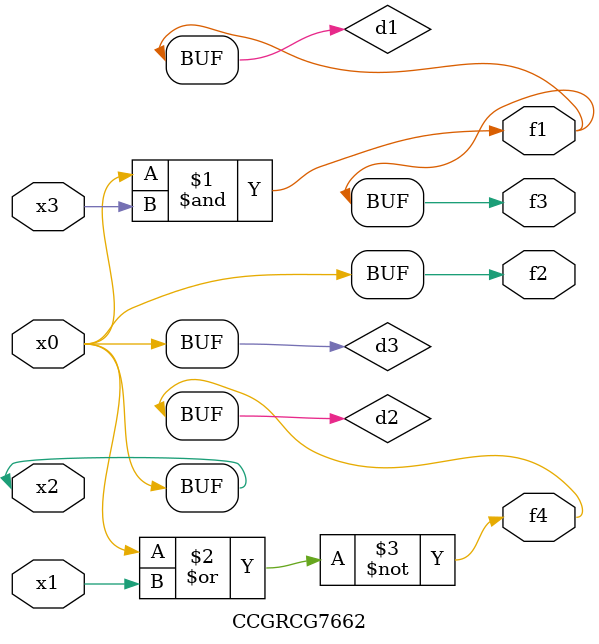
<source format=v>
module CCGRCG7662(
	input x0, x1, x2, x3,
	output f1, f2, f3, f4
);

	wire d1, d2, d3;

	and (d1, x2, x3);
	nor (d2, x0, x1);
	buf (d3, x0, x2);
	assign f1 = d1;
	assign f2 = d3;
	assign f3 = d1;
	assign f4 = d2;
endmodule

</source>
